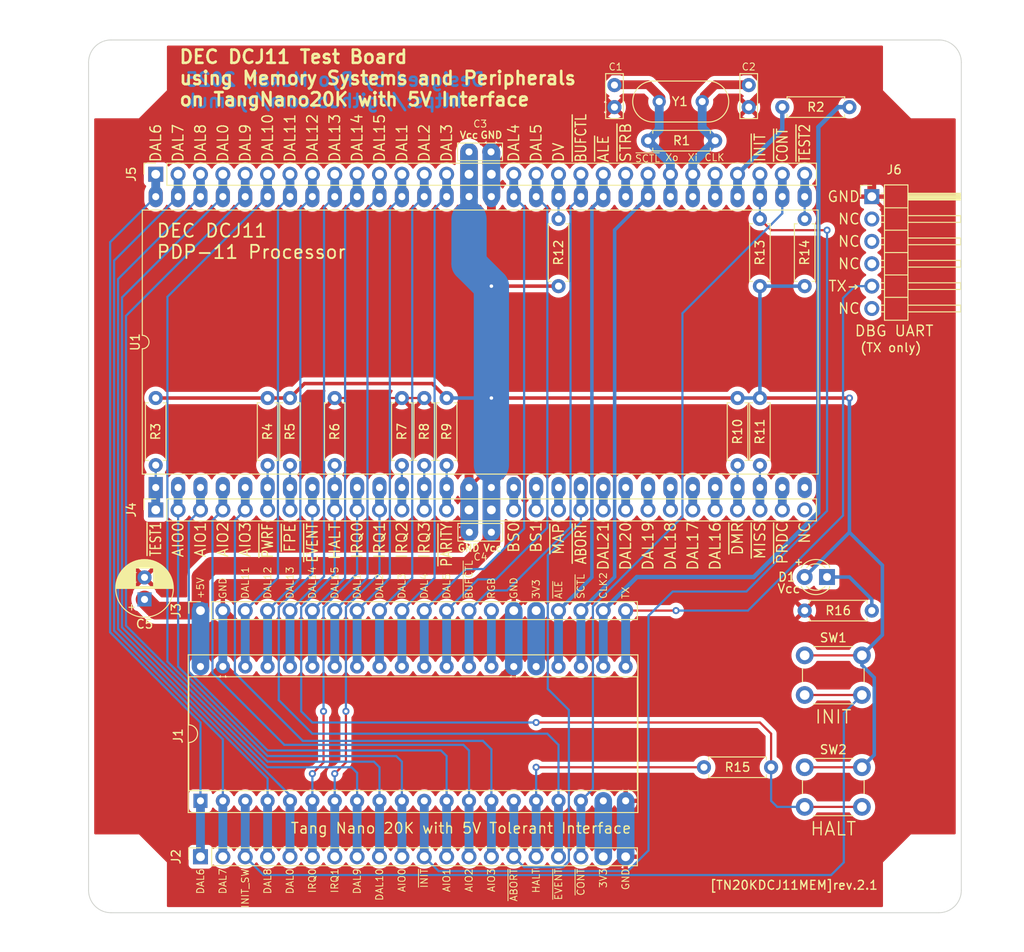
<source format=kicad_pcb>
(kicad_pcb (version 20240108) (generator "pcbnew") (generator_version "8.0")
  (layers (0 "F.Cu" signal) (31 "B.Cu" signal) (34 "B.Paste" user) (35 "F.Paste" user) (36 "B.SilkS" user "B.Silkscreen") (37 "F.SilkS" user "F.Silkscreen") (38 "B.Mask" user) (39 "F.Mask" user) (44 "Edge.Cuts" user))
  (net 0 "")
  (net 1 "GND")
  (net 2 "VCC")
  (net 3 "XTALO")
  (net 4 "XTALI")
  (net 5 "AIO3")
  (net 6 "DAL12")
  (net 7 "DAL14")
  (net 8 "DAL0")
  (net 9 "3V3a")
  (net 10 "DAL13")
  (net 11 "AIO0")
  (net 12 "CLK2_D")
  (net 13 "DAL4")
  (net 14 "AIO2")
  (net 15 "DAL15")
  (net 16 "SCTL_n")
  (net 17 "DAL11")
  (net 18 "DAL3")
  (net 20 "DAL6")
  (net 21 "LED_RGB")
  (net 22 "AIO1")
  (net 23 "DAL7")
  (net 24 "DAL5")
  (net 25 "DAL10")
  (net 28 "DAL9")
  (net 29 "DAL2")
  (net 31 "DAL1")
  (net 32 "ALE_n")
  (net 34 "DAL8")
  (net 35 "BUFCTL_n")
  (net 36 "FPE_n")
  (net 37 "PWRF_n")
  (net 38 "EVENT_n")
  (net 39 "IRQ1")
  (net 40 "BS0")
  (net 41 "HALT")
  (net 42 "DAL17")
  (net 43 "IRQ3")
  (net 44 "DMR_n")
  (net 45 "BS1")
  (net 46 "IRQ0")
  (net 47 "MAP_n")
  (net 48 "DAL16")
  (net 49 "PRDC_n")
  (net 50 "ABORT_n")
  (net 51 "DAL20")
  (net 52 "DAL19")
  (net 53 "TEST1_n")
  (net 54 "DAL21")
  (net 55 "DAL18")
  (net 56 "PARITY_n")
  (net 57 "MISS_n")
  (net 58 "IRQ2")
  (net 59 "Net-(D1-K)")
  (net 60 "STRB_n")
  (net 61 "DV")
  (net 62 "INIT_n")
  (net 63 "CLK2")
  (net 64 "CLK")
  (net 65 "TEST2_n")
  (net 66 "HALT_DBG")
  (net 67 "INIT_SW")
  (net 69 "CONT_n")
  (net 70 "GPIO_TX")
  (net 71 "3V3b")
  (footprint "000_MyFootprint:MountingHole_3mm" (layer "F.Cu") (at 93.98 93.98)
    (property "Reference" "REF**")
    (property "Value" "MountingHole_3mm")
  )
  (footprint "000_MyFootprint:R_Axial_DIN0207_L6.3mm_D2.5mm_P7.62mm_Horizontal" (layer "F.Cu") (at 20.32 40.64 -90)
    (property "Reference" "R4")
    (property "Value" "10k")
  )
  (footprint "000_MyFootprint:SW_PUSH_6mm_H4.3mm" (layer "F.Cu") (at 81.28 69.85)
    (property "Reference" "SW1")
    (property "Value" "INIT")
  )
  (footprint "000_MyFootprint:R_Axial_DIN0207_L6.3mm_D2.5mm_P7.62mm_Horizontal" (layer "F.Cu") (at 40.64 40.64 -90)
    (property "Reference" "R9")
    (property "Value" "10k")
  )
  (footprint "000_MyFootprint:R_Axial_DIN0207_L6.3mm_D2.5mm_P7.62mm_Horizontal" (layer "F.Cu") (at 22.86 40.64 -90)
    (property "Reference" "R5")
    (property "Value" "10k")
  )
  (footprint "000_MyFootprint:PinSocket_1x30_P2.54mm_Vertical" (layer "F.Cu") (at 7.62 53.34 90)
    (property "Reference" "J4")
    (property "Value" "Conn_01x30")
  )
  (footprint "000_MyFootprint:R_Axial_DIN0207_L6.3mm_D2.5mm_P7.62mm_Horizontal" (layer "F.Cu") (at 76.2 40.64 -90)
    (property "Reference" "R11")
    (property "Value" "10k")
  )
  (footprint "000_MyFootprint:R_Axial_DIN0207_L6.3mm_D2.5mm_P7.62mm_Horizontal" (layer "F.Cu") (at 81.28 64.77)
    (property "Reference" "R16")
    (property "Value" "100k")
  )
  (footprint "000_MyFootprint:R_Axial_DIN0207_L6.3mm_D2.5mm_P7.62mm_Horizontal" (layer "F.Cu") (at 78.74 7.62)
    (property "Reference" "R2")
    (property "Value" "33")
  )
  (footprint "000_MyFootprint:R_Axial_DIN0207_L6.3mm_D2.5mm_P7.62mm_Horizontal" (layer "F.Cu") (at 53.34 27.94 90)
    (property "Reference" "R12")
    (property "Value" "10k")
  )
  (footprint "000_MyFootprint:PinHeader_1x06_P2.54mm_Horizontal" (layer "F.Cu") (at 88.9 17.78)
    (property "Reference" "J6")
    (property "Value" "DBG UART")
  )
  (footprint "000_MyFootprint:PinSocket_1x20_P2.54mm_Vertical" (layer "F.Cu") (at 12.7 64.77 90)
    (property "Reference" "J3")
    (property "Value" "Conn_01x20")
  )
  (footprint "000_MyFootprint:R_Axial_DIN0207_L6.3mm_D2.5mm_P7.62mm_Horizontal" (layer "F.Cu") (at 35.56 40.64 -90)
    (property "Reference" "R7")
    (property "Value" "10k")
  )
  (footprint "000_MyFootprint:Crystal_HC49-U_Vertical" (layer "F.Cu") (at 69.65 6.985 180)
    (property "Reference" "Y1")
    (property "Value" "18MHz")
  )
  (footprint "000_MyFootprint:LED_D3.0mm" (layer "F.Cu") (at 83.82 60.96 180)
    (property "Reference" "D1")
    (property "Value" "LED")
  )
  (footprint "000_MyFootprint:C_Disc_D5.0mm_W2.5mm_P2.50mm" (layer "F.Cu") (at 59.69 7.62 90)
    (property "Reference" "C1")
    (property "Value" "68p")
  )
  (footprint "000_MyFootprint:C_Disc_D5.0mm_W2.5mm_P2.50mm" (layer "F.Cu") (at 74.93 7.62 90)
    (property "Reference" "C2")
    (property "Value" "68p")
  )
  (footprint "000_MyFootprint:C_Disc_D5.0mm_W2.5mm_P2.50mm" (layer "F.Cu") (at 45.72 55.88 180)
    (property "Reference" "C4")
    (property "Value" "0.33uF")
  )
  (footprint "000_MyFootprint:R_Axial_DIN0207_L6.3mm_D2.5mm_P7.62mm_Horizontal" (layer "F.Cu") (at 7.62 40.64 -90)
    (property "Reference" "R3")
    (property "Value" "10k")
  )
  (footprint "000_MyFootprint:MountingHole_3mm" (layer "F.Cu") (at 5.08 5.08)
    (property "Reference" "REF**")
    (property "Value" "MountingHole_3mm")
  )
  (footprint "000_MyFootprint:SW_PUSH_6mm_H4.3mm" (layer "F.Cu") (at 81.28 82.55)
    (property "Reference" "SW2")
    (property "Value" "HALT")
  )
  (footprint "000_MyFootprint:R_Axial_DIN0207_L6.3mm_D2.5mm_P7.62mm_Horizontal" (layer "F.Cu") (at 73.66 40.64 -90)
    (property "Reference" "R10")
    (property "Value" "10k")
  )
  (footprint "000_MyFootprint:R_Axial_DIN0207_L6.3mm_D2.5mm_P7.62mm_Horizontal" (layer "F.Cu") (at 63.5 11.43)
    (property "Reference" "R1")
    (property "Value" "1M")
  )
  (footprint "000_MyFootprint:DIP-60_W33.02mm_LongPads" (layer "F.Cu") (at 7.62 50.8 90)
    (property "Reference" "U1")
    (property "Value" "DCJ11")
  )
  (footprint "000_MyFootprint:C_Disc_D5.0mm_W2.5mm_P2.50mm" (layer "F.Cu") (at 43.18 12.7)
    (property "Reference" "C3")
    (property "Value" "0.33uF")
  )
  (footprint "000_MyFootprint:R_Axial_DIN0207_L6.3mm_D2.5mm_P7.62mm_Horizontal" (layer "F.Cu") (at 38.1 40.64 -90)
    (property "Reference" "R8")
    (property "Value" "10k")
  )
  (footprint "000_MyFootprint:R_Axial_DIN0207_L6.3mm_D2.5mm_P7.62mm_Horizontal" (layer "F.Cu") (at 69.85 82.55)
    (property "Reference" "R15")
    (property "Value" "1k")
  )
  (footprint "000_MyFootprint:R_Axial_DIN0207_L6.3mm_D2.5mm_P7.62mm_Horizontal" (layer "F.Cu") (at 27.94 40.64 -90)
    (property "Reference" "R6")
    (property "Value" "10k")
  )
  (footprint "000_MyFootprint:DIP-40_W15.24mm_Socket" (layer "F.Cu") (at 12.7 86.36 90)
    (property "Reference" "J1")
    (property "Value" "TangNano20K5VInterface")
  )
  (footprint "000_MyFootprint:R_Axial_DIN0207_L6.3mm_D2.5mm_P7.62mm_Horizontal" (layer "F.Cu") (at 81.28 27.94 90)
    (property "Reference" "R14")
    (property "Value" "10k")
  )
  (footprint "000_MyFootprint:PinSocket_1x20_P2.54mm_Vertical" (layer "F.Cu") (at 12.7 92.71 90)
    (property "Reference" "J2")
    (property "Value" "Conn_01x20")
  )
  (footprint "000_MyFootprint:MountingHole_3mm" (layer "F.Cu") (at 5.08 93.98)
    (property "Reference" "REF**")
    (property "Value" "MountingHole_3mm")
  )
  (footprint "000_MyFootprint:CP_Radial_D6.3mm_P2.50mm" (layer "F.Cu") (at 6.35 63.5 90)
    (property "Reference" "C5")
    (property "Value" "47uF")
  )
  (footprint "000_MyFootprint:R_Axial_DIN0207_L6.3mm_D2.5mm_P7.62mm_Horizontal" (layer "F.Cu") (at 76.2 27.94 90)
    (property "Reference" "R13")
    (property "Value" "10k")
  )
  (footprint "000_MyFootprint:PinSocket_1x30_P2.54mm_Vertical" (layer "F.Cu") (at 7.62 15.24 90)
    (property "Reference" "J5")
    (property "Value" "Conn_01x30")
  )
  (footprint "000_MyFootprint:MountingHole_3mm" (layer "F.Cu") (at 93.98 5.08)
    (property "Reference" "REF**")
    (property "Value" "MountingHole_3mm")
  )
  (gr_line (start 2.54 0) (end 96.52 0) (stroke (width 0.1)) (layer "Edge.Cuts"))
  (gr_arc (start 2.54 99.06) (mid 0.743949 98.316051) (end 0 96.52) (stroke (width 0.1)) (layer "Edge.Cuts"))
  (gr_arc (start 96.52 0) (mid 98.316051 0.743949) (end 99.06 2.54) (stroke (width 0.1)) (layer "Edge.Cuts"))
  (gr_line (start 99.06 2.54) (end 99.06 96.52) (stroke (width 0.1)) (layer "Edge.Cuts"))
  (gr_arc (start 0 2.54) (mid 0.743949 0.743949) (end 2.54 0) (stroke (width 0.1)) (layer "Edge.Cuts"))
  (gr_line (start 0 96.52) (end 0 2.54) (stroke (width 0.1)) (layer "Edge.Cuts"))
  (gr_arc (start 99.06 96.52) (mid 98.316051 98.316051) (end 96.52 99.06) (stroke (width 0.1)) (layer "Edge.Cuts"))
  (gr_line (start 96.52 99.06) (end 2.54 99.06) (stroke (width 0.1)) (layer "Edge.Cuts"))
  (gr_text "Designed by Ryo Mukai, 2025\nhttps://github.com/ryomuk" (at 10.795 5.715 0) (layer "B.Cu") (effects (font (size 1.5 1.5) (thickness 0.3) (bold yes)) (justify right mirror)))
  (gr_text "IRQ0" (at 25.4 93.98 90) (layer "F.SilkS") (effects (font (size 0.8 0.8) (thickness 0.1)) (justify right)))
  (gr_text "DAL0" (at 22.86 93.98 90) (layer "F.SilkS") (effects (font (size 0.8 0.8) (thickness 0.1)) (justify right)))
  (gr_text "~{CONT}" (at 78.74 13.97 90) (layer "F.SilkS") (effects (font (size 1.2 1)) (justify left)))
  (gr_text "3V3" (at 58.42 93.98 90) (layer "F.SilkS") (effects (font (size 0.8 0.8) (thickness 0.1)) (justify right)))
  (gr_text "~{SCTL}" (at 55.88 63.5 90) (layer "F.SilkS") (effects (font (size 0.8 0.8) (thickness 0.1)) (justify left)))
  (gr_text "DAL1" (at 35.56 13.97 90) (layer "F.SilkS") (effects (font (size 1.2 1.2)) (justify left)))
  (gr_text "DAL2" (at 38.1 13.97 90) (layer "F.SilkS") (effects (font (size 1.2 1.2)) (justify left)))
  (gr_text "IRQ2" (at 35.56 54.61 90) (layer "F.SilkS") (effects (font (size 1.2 1.2)) (justify right)))
  (gr_text "NC" (at 87.63 30.48 0) (layer "F.SilkS") (effects (font (size 1.2 1.2)) (justify right)))
  (gr_text "~{BUFCTL}" (at 55.88 13.97 90) (layer "F.SilkS") (effects (font (size 1.2 1)) (justify left)))
  (gr_text "AIO0" (at 35.56 93.98 90) (layer "F.SilkS") (effects (font (size 0.8 0.8) (thickness 0.1)) (justify right)))
  (gr_text "INIT_SW" (at 17.78 93.98 90) (layer "F.SilkS") (effects (font (size 0.8 0.8) (thickness 0.1)) (justify right)))
  (gr_text "~{EVENT}" (at 53.34 93.98 90) (layer "F.SilkS") (effects (font (size 0.8 0.8) (thickness 0.1)) (justify right)))
  (gr_text "~{TEST1}" (at 7.62 54.61 90) (layer "F.SilkS") (effects (font (size 1.2 0.9)) (justify right)))
  (gr_text "TX" (at 60.96 63.5 90) (layer "F.SilkS") (effects (font (size 0.8 0.8) (thickness 0.1)) (justify left)))
  (gr_text "~{DMR}" (at 73.66 54.61 90) (layer "F.SilkS") (effects (font (size 1.2 1.2)) (justify right)))
  (gr_text "IRQ1" (at 27.94 93.98 90) (layer "F.SilkS") (effects (font (size 0.8 0.8) (thickness 0.1)) (justify right)))
  (gr_text "TX→" (at 87.63 27.94 0) (layer "F.SilkS") (effects (font (size 1.2 1.2)) (justify right)))
  (gr_text "IRQ0" (at 30.48 54.61 90) (layer "F.SilkS") (effects (font (size 1.2 1.2)) (justify right)))
  (gr_text "DAL2" (at 33.02 63.5 90) (layer "F.SilkS") (effects (font (size 0.8 0.8) (thickness 0.1)) (justify left)))
  (gr_text "+5V" (at 12.7 63.5 90) (layer "F.SilkS") (effects (font (size 0.8 0.8) (thickness 0.1)) (justify left)))
  (gr_text "~{MISS}" (at 76.2 54.61 90) (layer "F.SilkS") (effects (font (size 1.2 1.2)) (justify right)))
  (gr_text "AIO2" (at 43.18 93.98 90) (layer "F.SilkS") (effects (font (size 0.8 0.8) (thickness 0.1)) (justify right)))
  (gr_text "DAL11" (at 17.78 63.5 90) (layer "F.SilkS") (effects (font (size 0.8 0.8) (thickness 0.1)) (justify left)))
  (gr_text "~{TEST2}" (at 81.28 13.97 90) (layer "F.SilkS") (effects (font (size 1.2 1)) (justify left)))
  (gr_text "DAL17" (at 68.58 54.61 90) (layer "F.SilkS") (effects (font (size 1.2 1.2)) (justify right)))
  (gr_text "~{PARITY}" (at 40.64 54.737 90) (layer "F.SilkS") (effects (font (size 1.2 1)) (justify right)))
  (gr_text "DAL15" (at 33.02 13.97 90) (layer "F.SilkS") (effects (font (size 1.2 1.2)) (justify left)))
  (gr_text "~{PWRF}" (at 20.32 54.737 90) (layer "F.SilkS") (effects (font (size 1.2 1)) (justify right)))
  (gr_text "DAL13" (at 27.94 13.97 90) (layer "F.SilkS") (effects (font (size 1.2 1.2)) (justify left)))
  (gr_text "DAL13" (at 22.86 63.5 90) (layer "F.SilkS") (effects (font (size 0.8 0.8) (thickness 0.1)) (justify left)))
  (gr_text "~{STRB}" (at 60.96 13.97 90) (layer "F.SilkS") (effects (font (size 1.2 1.2)) (justify left)))
  (gr_text "NC" (at 87.63 22.86 0) (layer "F.SilkS") (effects (font (size 1.2 1.2)) (justify right)))
  (gr_text "DAL3" (at 40.64 13.97 90) (layer "F.SilkS") (effects (font (size 1.2 1.2)) (justify left)))
  (gr_text "BS0" (at 48.26 54.61 90) (layer "F.SilkS") (effects (font (size 1.2 1.2)) (justify right)))
  (gr_text "GND" (at 44.45 57.658 0) (layer "F.SilkS") (effects (font (size 0.8 0.8)) (justify right)))
  (gr_text "DAL10" (at 33.02 93.98 90) (layer "F.SilkS") (effects (font (size 0.8 0.8) (thickness 0.1)) (justify right)))
  (gr_text "DAL16" (at 71.12 54.61 90) (layer "F.SilkS") (effects (font (size 1.2 1.2)) (justify right)))
  (gr_text "DAL12" (at 25.4 13.97 90) (layer "F.SilkS") (effects (font (size 1.2 1.2)) (justify left)))
  (gr_text "DAL8" (at 12.7 13.97 90) (layer "F.SilkS") (effects (font (size 1.2 1.2)) (justify left)))
  (gr_text "DAL21" (at 58.42 54.61 90) (layer "F.SilkS") (effects (font (size 1.2 1.2)) (justify right)))
  (gr_text "DAL15" (at 27.94 63.5 90) (layer "F.SilkS") (effects (font (size 0.8 0.8) (thickness 0.1)) (justify left)))
  (gr_text "~{ALE}" (at 58.42 13.97 90) (layer "F.SilkS") (effects (font (size 1.2 1.2)) (justify left)))
  (gr_text "DAL14" (at 25.4 63.5 90) (layer "F.SilkS") (effects (font (size 0.8 0.8) (thickness 0.1)) (justify left)))
  (gr_text "~{INIT}" (at 38.1 93.98 90) (layer "F.SilkS") (effects (font (size 0.8 0.8) (thickness 0.1)) (justify right)))
  (gr_text "NC" (at 87.63 25.4 0) (layer "F.SilkS") (effects (font (size 1.2 1.2)) (justify right)))
  (gr_text "~{SCTL}" (at 61.976 13.462 0) (layer "F.SilkS") (effects (font (size 0.8 0.8) (thickness 0.1)) (justify left)))
  (gr_text "DAL6" (at 12.7 93.98 90) (layer "F.SilkS") (effects (font (size 0.8 0.8) (thickness 0.1)) (justify right)))
  (gr_text "HALT" (at 27.94 54.737 90) (layer "F.SilkS") (effects (font (size 1.2 1.2)) (justify right)))
  (gr_text "AIO1" (at 12.7 54.61 90) (layer "F.SilkS") (effects (font (size 1.2 1.2)) (justify right)))
  (gr_text "DAL20" (at 60.96 54.61 90) (layer "F.SilkS") (effects (font (size 1.2 1.2)) (justify right)))
  (gr_text "DAL19" (at 63.5 54.61 90) (layer "F.SilkS") (effects (font (size 1.2 1.2)) (justify right)))
  (gr_text "AIO3" (at 45.72 93.98 90) (layer "F.SilkS") (effects (font (size 0.8 0.8) (thickness 0.1)) (justify right)))
  (gr_text "+" (at 80.01 59.69 0) (layer "F.SilkS") (effects (font (size 0.8 0.8)) (justify left bottom)))
  (gr_text "GND" (at 87.63 17.78 0) (layer "F.SilkS") (effects (font (size 1.2 1.2)) (justify right)))
  (gr_text "Vcc" (at 43.18 10.795 0) (layer "F.SilkS") (effects (font (size 0.8 0.8))))
  (gr_text "AIO0" (at 10.16 54.61 90) (layer "F.SilkS") (effects (font (size 1.2 1.2)) (justify right)))
  (gr_text "(TX only)" (at 94.615 34.925 0) (layer "F.SilkS") (effects (font (size 1 1)) (justify right)))
  (gr_text "~{ABORT}" (at 48.26 93.98 90) (layer "F.SilkS") (effects (font (size 0.8 0.8) (thickness 0.1)) (justify right)))
  (gr_text "AIO2" (at 15.24 54.61 90) (layer "F.SilkS") (effects (font (size 1.2 1.2)) (justify right)))
  (gr_text "CLK" (at 69.85 13.335 0) (layer "F.SilkS") (effects (font (size 0.8 0.8) (thickness 0.1)) (justify left)))
  (gr_text "DEC DCJ11 Test Board\nusing Memory Systems and Peripherals\non TangNano20K with 5V Interface" (at 10.16 7.62 0) (layer "F.SilkS") (effects (font (size 1.5 1.5) (thickness 0.3) (bold yes)) (justify left bottom)))
  (gr_text "IRQ1" (at 33.02 54.61 90) (layer "F.SilkS") (effects (font (size 1.2 1.2)) (justify right)))
  (gr_text "Xi" (at 67.945 13.335 0) (layer "F.SilkS") (effects (font (size 0.8 0.8) (thickness 0.1)) (justify left)))
  (gr_text "DAL4" (at 48.26 13.97 90) (layer "F.SilkS") (effects (font (size 1.2 1.2)) (justify left)))
  (gr_text "~{CONT}" (at 55.88 93.98 90) (layer "F.SilkS") (effects (font (size 0.8 0.8) (thickness 0.1)) (justify right)))
  (gr_text "Xo" (at 65.405 13.335 0) (layer "F.SilkS") (effects (font (size 0.8 0.8) (thickness 0.1)) (justify left)))
  (gr_text "~{ALE}" (at 53.34 63.5 90) (layer "F.SilkS") (effects (font (size 0.8 0.8) (thickness 0.1)) (justify left)))
  (gr_text "RGB" (at 45.72 63.5 90) (layer "F.SilkS") (effects (font (size 0.8 0.8) (thickness 0.1)) (justify left)))
  (gr_text "DAL5" (at 50.8 13.97 90) (layer "F.SilkS") (effects (font (size 1.2 1.2)) (justify left)))
  (gr_text "DAL1" (at 30.48 63.5 90) (layer "F.SilkS") (effects (font (size 0.8 0.8) (thickness 0.1)) (justify left)))
  (gr_text "NC" (at 81.28 54.61 90) (layer "F.SilkS") (effects (font (size 1.2 1.2)) (justify right)))
  (gr_text "HALT" (at 50.8 93.98 90) (layer "F.SilkS") (effects (font (size 0.8 0.8) (thickness 0.1)) (justify right)))
  (gr_text "Tang Nano 20K with 5V Tolerant Interface" (at 22.86 90.17 0) (layer "F.SilkS") (effects (font (size 1.2 1.2)) (justify left bottom)))
  (gr_text "DAL18" (at 66.04 54.61 90) (layer "F.SilkS") (effects (font (size 1.2 1.2)) (justify right)))
  (gr_text "DAL9" (at 17.78 13.97 90) (layer "F.SilkS") (effects (font (size 1.2 1.2)) (justify left)))
  (gr_text "NC" (at 87.63 20.32 0) (layer "F.SilkS") (effects (font (size 1.2 1.2)) (justify right)))
  (gr_text "DEC DCJ11\nPDP-11 Processor\n" (at 7.62 22.86 0) (layer "F.SilkS") (effects (font (size 1.5 1.5) (thickness 0.2)) (justify left)))
  (gr_text "~{PRDC}" (at 78.74 54.61 90) (layer "F.SilkS") (effects (font (size 1.2 1.2)) (justify right)))
  (gr_text "DAL9" (at 30.48 93.98 90) (layer "F.SilkS") (effects (font (size 0.8 0.8) (thickness 0.1)) (justify right)))
  (gr_text "AIO3" (at 17.78 54.61 90) (layer "F.SilkS") (effects (font (size 1.2 1.2)) (justify right)))
  (gr_text "~{ABORT}" (at 55.88 54.737 90) (layer "F.SilkS") (effects (font (size 1.2 1)) (justify right)))
  (gr_text "DV" (at 53.34 13.97 90) (layer "F.SilkS") (effects (font (size 1.2 1.2)) (justify left)))
  (gr_text "DAL0" (at 15.24 13.97 90) (layer "F.SilkS") (effects (font (size 1.2 1.2)) (justify left)))
  (gr_text "DAL3" (at 35.56 63.5 90) (layer "F.SilkS") (effects (font (size 0.8 0.8) (thickness 0.1)) (justify left)))
  (gr_text "GND" (at 48.26 63.5 90) (layer "F.SilkS") (effects (font (size 0.8 0.8) (thickness 0.1)) (justify left)))
  (gr_text "DAL10" (at 20.32 13.97 90) (layer "F.SilkS") (effects (font (size 1.2 1.2)) (justify left)))
  (gr_text "DAL11" (at 22.86 13.97 90) (layer "F.SilkS") (effects (font (size 1.2 1.2)) (justify left)))
  (gr_text "~{INIT}" (at 76.2 13.97 90) (layer "F.SilkS") (effects (font (size 1.2 1.2)) (justify left)))
  (gr_text "Vcc" (at 46.99 57.658 0) (layer "F.SilkS") (effects (font (size 0.8 0.8)) (justify right)))
  (gr_text "CLK2" (at 58.42 63.5 90) (layer "F.SilkS") (effects (font (size 0.8 0.8) (thickness 0.1)) (justify left)))
  (gr_text "[TN20KDCJ11MEM]rev.2.1" (at 89.662 96.52 0) (layer "F.SilkS") (effects (font (size 1 1)) (justify right bottom)))
  (gr_text "Vcc" (at 78.105 62.865 0) (layer "F.SilkS") (effects (font (size 1 1)) (justify left bottom)))
  (gr_text "3V3" (at 50.8 63.5 90) (layer "F.SilkS") (effects (font (size 0.8 0.8) (thickness 0.1)) (justify left)))
  (gr_text "DAL7" (at 10.16 13.97 90) (layer "F.SilkS") (effects (font (size 1.2 1.2)) (justify left)))
  (gr_text "DAL12" (at 20.32 63.5 90) (layer "F.SilkS") (effects (font (size 0.8 0.8) (thickness 0.1)) (justify left)))
  (gr_text "DAL7" (at 15.24 93.98 90) (layer "F.SilkS") (effects (font (size 0.8 0.8) (thickness 0.1)) (justify right)))
  (gr_text "~{MAP}" (at 53.34 54.737 90) (layer "F.SilkS") (effects (font (size 1.2 1.2)) (justify right)))
  (gr_text "GND" (at 45.72 10.795 0) (layer "F.SilkS") (effects (font (size 0.8 0.8))))
  (gr_text "IRQ3" (at 38.1 54.61 90) (layer "F.SilkS") (effects (font (size 1.2 1.2)) (justify right)))
  (gr_text "AIO1" (at 40.64 93.98 90) (layer "F.SilkS") (effects (font (size 0.8 0.8) (thickness 0.1)) (justify right)))
  (gr_text "GND" (at 60.96 93.98 90) (layer "F.SilkS") (effects (font (size 0.8 0.8) (thickness 0.1)) (justify right)))
  (gr_text "~{BUFCTL}" (at 43.18 63.5 90) (layer "F.SilkS") (effects (font (size 0.8 0.8) (thickness 0.1)) (justify left)))
  (gr_text "DAL4" (at 38.1 63.5 90) (layer "F.SilkS") (effects (font (size 0.8 0.8) (thickness 0.1)) (justify left)))
  (gr_text "DAL6" (at 7.62 13.97 90) (layer "F.SilkS") (effects (font (size 1.2 1.2)) (justify left)))
  (gr_text "DAL8" (at 20.32 93.98 90) (layer "F.SilkS") (effects (font (size 0.8 0.8) (thickness 0.1)) (justify right)))
  (gr_text "~{FPE}" (at 22.86 54.737 90) (layer "F.SilkS") (effects (font (size 1.2 1.2)) (justify right)))
  (gr_text "DAL14" (at 30.48 13.97 90) (layer "F.SilkS") (effects (font (size 1.2 1.2)) (justify left)))
  (gr_text "DAL5" (at 40.64 63.5 90) (layer "F.SilkS") (effects (font (size 0.8 0.8) (thickness 0.1)) (justify left)))
  (gr_text "~{EVENT}" (at 25.4 54.737 90) (layer "F.SilkS") (effects (font (size 1.2 1)) (justify right)))
  (gr_text "GND" (at 15.24 63.5 90) (layer "F.SilkS") (effects (font (size 0.8 0.8) (thickness 0.1)) (justify left)))
  (gr_text "BS1" (at 50.8 54.61 90) (layer "F.SilkS") (effects (font (size 1.2 1.2)) (justify right)))
  (segment (start 45.68 5.21863) (end 44.90637 4.445) (width 1) (layer "F.Cu") (net 1))
  (segment (start 44.90637 4.445) (end 12.827 4.445) (width 1) (layer "F.Cu") (net 1))
  (segment (start 2.032 60.96) (end 2.032 55.372) (width 1) (layer "F.Cu") (net 1))
  (segment (start 43.18 43.18) (end 43.18 23.368) (width 1) (layer "F.Cu") (net 1))
  (segment (start 76.13 6.42) (end 76.13 4.622943) (width 0.4) (layer "F.Cu") (net 1))
  (segment (start 48.26 71.12) (end 46.76 72.62) (width 1) (layer "F.Cu") (net 1))
  (segment (start 45.68 12.7) (end 45.68 6.35) (width 1) (layer "F.Cu") (net 1))
  (segment (start 49.51 49.952944) (end 48.757056 49.2) (width 0.4) (layer "F.Cu") (net 1))
  (segment (start 38.1 40.64) (end 35.56 40.64) (width 0.25) (layer "F.Cu") (net 1))
  (segment (start 60.96 92.71) (end 86.639899 92.71) (width 0.4) (layer "F.Cu") (net 1))
  (segment (start 43.18 23.368) (end 45.72 20.828) (width 1) (layer "F.Cu") (net 1))
  (segment (start 46.71 66.32) (end 16.79 66.32) (width 1) (layer "F.Cu") (net 1))
  (segment (start 5.17863 60.96) (end 2.032 60.96) (width 1) (layer "F.Cu") (net 1))
  (segment (start 88.9 8.038679) (end 88.9 17.78) (width 1) (layer "F.Cu") (net 1))
  (segment (start 90.17 89.179899) (end 90.17 19.05) (width 0.4) (layer "F.Cu") (net 1))
  (segment (start 43.18 55.84) (end 43.22 55.88) (width 2) (layer "F.Cu") (net 1))
  (segment (start 74.93 7.62) (end 76.13 6.42) (width 0.4) (layer "F.Cu") (net 1))
  (segment (start 44.78 49.2) (end 43.18 50.8) (width 0.4) (layer "F.Cu") (net 1))
  (segment (start 57.658 96.012) (end 60.96 92.71) (width 1) (layer "F.Cu") (net 1))
  (segment (start 12.827 4.445) (end 2.032 15.24) (width 1) (layer "F.Cu") (net 1))
  (segment (start 2.032 55.372) (end 2.032 43.18) (width 1) (layer "F.Cu") (net 1))
  (segment (start 40.64 43.18) (end 43.18 43.18) (width 0.25) (layer "F.Cu") (net 1))
  (segment (start 76.13 4.622943) (end 75.317057 3.81) (width 0.4) (layer "F.Cu") (net 1))
  (segment (start 38.1 40.64) (end 40.64 43.18) (width 0.25) (layer "F.Cu") (net 1))
  (segment (start 48.26 64.77) (end 46.71 66.32) (width 1) (layer "F.Cu") (net 1))
  (segment (start 90.17 19.05) (end 88.9 17.78) (width 0.4) (layer "F.Cu") (net 1))
  (segment (start 58.42 4.692943) (end 58.42 6.35) (width 0.4) (layer "F.Cu") (net 1))
  (segment (start 2.032 43.18) (end 2.032 15.24) (width 1) (layer "F.Cu") (net 1))
  (segment (start 81.28 64.77) (end 80.03 63.52) (width 0.4) (layer "F.Cu") (net 1))
  (segment (start 46.95 7.62) (end 59.69 7.62) (width 1) (layer "F.Cu") (net 1))
  (segment (start 10.16 96.012) (end 57.658 96.012) (width 1) (layer "F.Cu") (net 1))
  (segment (start 16.79 66.32) (end 15.24 64.77) (width 1) (layer "F.Cu") (net 1))
  (segment (start 10.16 88.9) (end 10.16 96.012) (width 1) (layer "F.Cu") (net 1))
  (segment (start 4.548 72.62) (end 2.032 70.104) (width 1) (layer "F.Cu") (net 1))
  (segment (start 13.74 72.62) (end 4.548 72.62) (width 1) (layer "F.Cu") (net 1))
  (segment (start 45.72 17.78) (end 45.72 12.74) (width 2) (layer "F.Cu") (net 1))
  (segment (start 80.03 63.52) (end 49.51 63.52) (width 0.4) (layer "F.Cu") (net 1))
  (segment (start 35.56 40.64) (end 27.94 40.64) (width 0.25) (layer "F.Cu") (net 1))
  (segment (start 49.51 63.52) (end 48.26 64.77) (width 0.4) (layer "F.Cu") (net 1))
  (segment (start 45.72 20.828) (end 45.72 17.78) (width 1) (layer "F.Cu") (net 1))
  (segment (start 46.76 72.62) (end 16.74 72.62) (width 1) (layer "F.Cu") (net 1))
  (segment (start 43.22 55.88) (end 2.54 55.88) (width 1) (layer "F.Cu") (net 1))
  (segment (start 4.548 72.62) (end 4.548 83.288) (width 1) (layer "F.Cu") (net 1))
  (segment (start 25.4 43.18) (end 2.032 43.18) (width 0.25) (layer "F.Cu") (net 1))
  (segment (start 43.18 50.8) (end 43.18 55.84) (width 2) (layer "F.Cu") (net 1))
  (segment (start 48.757056 49.2) (end 44.78 49.2) (width 0.4) (layer "F.Cu") (net 1))
  (segment (start 45.68 6.35) (end 46.95 7.62) (width 1) (layer "F.Cu") (net 1))
  (segment (start 43.18 50.8) (end 43.18 43.18) (width 1) (layer "F.Cu") (net 1))
  (segment (start 86.639899 92.71) (end 90.17 89.179899) (width 0.4) (layer "F.Cu") (net 1))
  (segment (start 59.302943 3.81) (end 58.42 4.692943) (width 0.4) (layer "F.Cu") (net 1))
  (segment (start 15.24 71.12) (end 13.74 72.62) (width 1) (layer "F.Cu") (net 1))
  (segment (start 58.42 6.35) (end 59.69 7.62) (width 0.4) (layer "F.Cu") (net 1))
  (segment (start 4.548 83.288) (end 10.16 88.9) (width 1) (layer "F.Cu") (net 1))
  (segment (start 86.981321 6.12) (end 88.9 8.038679) (width 1) (layer "F.Cu") (net 1))
  (segment (start 5.21863 61) (end 5.17863 60.96) (width 1) (layer "F.Cu") (net 1))
  (segment (start 27.94 40.64) (end 25.4 43.18) (width 0.25) (layer "F.Cu") (net 1))
  (segment (start 45.68 6.35) (end 45.68 5.21863) (width 1) (layer "F.Cu") (net 1))
  (segment (start 45.72 12.74) (end 45.68 12.7) (width 2) (layer "F.Cu") (net 1))
  (segment (start 74.93 7.62) (end 76.43 6.12) (width 1) (layer "F.Cu") (net 1))
  (segment (start 76.43 6.12) (end 86.981321 6.12) (width 1) (layer "F.Cu") (net 1))
  (segment (start 16.74 72.62) (end 15.24 71.12) (width 1) (layer "F.Cu") (net 1))
  (segment (start 75.317057 3.81) (end 59.302943 3.81) (width 0.4) (layer "F.Cu") (net 1))
  (segment (start 6.35 61) (end 5.21863 61) (width 1) (layer "F.Cu") (net 1))
  (segment (start 49.51 63.52) (end 49.51 49.952944) (width 0.4) (layer "F.Cu") (net 1))
  (segment (start 2.54 55.88) (end 2.032 55.372) (width 1) (layer "F.Cu") (net 1))
  (segment (start 2.032 70.104) (end 2.032 60.96) (width 1) (layer "F.Cu") (net 1))
  (segment (start 43.22 50.84) (end 43.18 50.8) (width 2) (layer "B.Cu") (net 1))
  (segment (start 48.26 71.12) (end 48.26 64.77) (width 2) (layer "B.Cu") (net 1))
  (segment (start 45.72 12.74) (end 45.68 12.7) (width 2) (layer "B.Cu") (net 1))
  (segment (start 15.24 64.77) (end 15.24 71.12) (width 1) (layer "B.Cu") (net 1))
  (segment (start 60.96 92.71) (end 60.96 86.36) (width 2) (layer "B.Cu") (net 1))
  (segment (start 43.22 55.88) (end 43.22 50.84) (width 2) (layer "B.Cu") (net 1))
  (segment (start 45.72 17.78) (end 45.72 12.74) (width 2) (layer "B.Cu") (net 1))
  (segment (start 43.18 12.7) (end 43.18 17.78) (width 2) (layer "F.Cu") (net 2))
  (segment (start 7.62 64.77) (end 6.35 63.5) (width 2) (layer "F.Cu") (net 2))
  (segment (start 22.86 40.64) (end 20.32 40.64) (width 0.4) (layer "F.Cu") (net 2))
  (segment (start 24.5 39) (end 22.86 40.64) (width 0.4) (layer "F.Cu") (net 2))
  (segment (start 40.64 40.64) (end 39 39) (width 0.4) (layer "F.Cu") (net 2))
  (segment (start 12.7 64.77) (end 7.62 64.77) (width 2) (layer "F.Cu") (net 2))
  (segment (start 39 39) (end 24.5 39) (width 0.4) (layer "F.Cu") (net 2))
  (segment (start 12.7 60.96) (end 13.97 59.69) (width 2) (layer "F.Cu") (net 2))
  (segment (start 45.72 55.88) (end 45.72 50.8) (width 2) (layer "F.Cu") (net 2))
  (segment (start 12.7 64.77) (end 12.7 60.96) (width 2) (layer "F.Cu") (net 2))
  (segment (start 86.36 40.64) (end 76.2 40.64) (width 0.4) (layer "F.Cu") (net 2))
  (segment (start 20.32 40.64) (end 7.62 40.64) (width 0.4) (layer "F.Cu") (net 2))
  (segment (start 53.34 27.94) (end 45.72 27.94) (width 0.4) (layer "F.Cu") (net 2))
  (segment (start 81.28 82.55) (end 87.78 82.55) (width 0.25) (layer "F.Cu") (net 2))
  (segment (start 13.97 59.69) (end 43.04137 59.69) (width 2) (layer "F.Cu") (net 2))
  (segment (start 45.72 57.01137) (end 45.72 55.88) (width 2) (layer "F.Cu") (net 2))
  (segment (start 81.28 69.85) (end 87.78 69.85) (width 0.25) (layer "F.Cu") (net 2))
  (segment (start 73.66 40.64) (end 45.72 40.64) (width 0.4) (layer "F.Cu") (net 2))
  (segment (start 43.04137 59.69) (end 45.72 57.01137) (width 2) (layer "F.Cu") (net 2))
  (via (at 45.72 40.64) (size 0.8) (drill 0.4) (layers "F.Cu" "B.Cu") (net 2))
  (via (at 86.36 40.64) (size 0.8) (drill 0.4) (layers "F.Cu" "B.Cu") (net 2))
  (via (at 45.72 27.94) (size 0.8) (drill 0.4) (layers "F.Cu" "B.Cu") (net 2))
  (segment (start 45.72 40.64) (end 40.64 40.64) (width 0.4) (layer "B.Cu") (net 2))
  (segment (start 45.72 50.8) (end 45.72 49.53) (width 2) (layer "B.Cu") (net 2))
  (segment (start 76.2 40.64) (end 73.66 40.64) (width 0.4) (layer "B.Cu") (net 2))
  (segment (start 87.78 69.85) (end 87.78 70.97) (width 0.4) (layer "B.Cu") (net 2))
  (segment (start 81.28 27.94) (end 76.2 27.94) (width 0.4) (layer "B.Cu") (net 2))
  (segment (start 76.2 27.94) (end 76.2 40.64) (width 0.4) (layer "B.Cu") (net 2))
  (segment (start 45.72 50.8) (end 45.72 55.88) (width 2) (layer "B.Cu") (net 2))
  (segment (start 43.18 17.78) (end 43.18 12.7) (width 2) (layer "B.Cu") (net 2))
  (segment (start 81.28 60.96) (end 86.36 55.88) (width 0.4) (layer "B.Cu") (net 2))
  (segment (start 90.1 67.53) (end 87.78 69.85) (width 0.4) (layer "B.Cu") (net 2))
  (segment (start 12.7 71.12) (end 12.7 64.77) (width 2) (layer "B.Cu") (net 2))
  (segment (start 45.72 48.26) (end 45.72 40.64) (width 4) (layer "B.Cu") (net 2))
  (segment (start 87.78 70.97) (end 89.18 72.37) (width 0.4) (layer "B.Cu") (net 2))
  (segment (start 86.36 55.88) (end 86.36 40.64) (width 0.4) (layer "B.Cu") (net 2))
  (segment (start 89.18 81.15) (end 87.78 82.55) (width 0.4) (layer "B.Cu") (net 2))
  (segment (start 86.36 55.88) (end 90.1 59.62) (width 0.4) (layer "B.Cu") (net 2))
  (segment (start 89.18 72.37) (end 89.18 81.15) (width 0.4) (layer "B.Cu") (net 2))
  (segment (start 43.18 25.4) (end 43.18 20.32) (width 4) (layer "B.Cu") (net 2))
  (segment (start 45.72 49.53) (end 45.72 48.26) (width 2) (layer "B.Cu") (net 2))
  (segment (start 45.72 40.64) (end 45.72 27.94) (width 4) (layer "B.Cu") (net 2))
  (segment (start 45.72 27.94) (end 43.18 25.4) (width 4) (layer "B.Cu") (net 2))
  (segment (start 90.1 59.62) (end 90.1 67.53) (width 0.4) (layer "B.Cu") (net 2))
  (segment (start 43.18 17.78) (end 43.18 20.32) (width 2) (layer "B.Cu") (net 2))
  (segment (start 64.97 6.55) (end 63.5 5.08) (width 1) (layer "F.Cu") (net 3))
  (segment (start 63.5 5.08) (end 59.73 5.08) (width 1) (layer "F.Cu") (net 3))
  (segment (start 66.04 15.24) (end 66.04 17.78) (width 1) (layer "B.Cu") (net 3))
  (segment (start 66.04 13.97) (end 63.5 11.43) (width 1) (layer "B.Cu") (net 3))
  (segment (start 66.04 15.24) (end 66.04 13.97) (width 1) (layer "B.Cu") (net 3))
  (segment (start 64.77 10.16) (end 63.5 11.43) (width 1) (layer "B.Cu") (net 3))
  (segment (start 64.77 6.985) (end 64.77 10.16) (width 1) (layer "B.Cu") (net 3))
  (segment (start 71.12 5.08) (end 74.89 5.08) (width 1) (layer "F.Cu") (net 4))
  (segment (start 69.85 6.35) (end 71.12 5.08) (width 1) (layer "F.Cu") (net 4))
  (segment (start 68.58 15.24) (end 68.58 17.78) (width 1) (layer "B.Cu") (net 4))
  (segment (start 68.58 13.97) (end 71.12 11.43) (width 1) (layer "B.Cu") (net 4))
  (segment (start 69.65 9.96) (end 71.12 11.43) (width 1) (layer "B.Cu") (net 4))
  (segment (start 68.58 15.24) (end 68.58 13.97) (width 1) (layer "B.Cu") (net 4))
  (segment (start 69.65 6.985) (end 69.65 9.96) (width 1) (layer "B.Cu") (net 4))
  (segment (start 16.605 54.515) (end 16.605 71.85) (width 0.25) (layer "B.Cu") (net 5))
  (segment (start 45.72 86.36) (end 45.72 92.71) (width 1) (layer "B.Cu") (net 5))
  (segment (start 17.78 53.34) (end 16.605 54.515) (width 0.25) (layer "B.Cu") (net 5))
  (segment (start 17.78 50.8) (end 17.78 53.34) (width 1) (layer "B.Cu") (net 5))
  (segment (start 16.605 71.85) (end 24.315 79.56) (width 0.25) (layer "B.Cu") (net 5))
  (segment (start 44.762 79.56) (end 45.72 80.518) (width 0.25) (layer "B.Cu") (net 5))
  (segment (start 24.315 79.56) (end 44.762 79.56) (width 0.25) (layer "B.Cu") (net 5))
  (segment (start 45.72 80.518) (end 45.72 86.36) (width 0.25) (layer "B.Cu") (net 5))
  (segment (start 24.035 61.055) (end 24.035 19.145) (width 0.25) (layer "B.Cu") (net 6))
  (segment (start 24.035 19.145) (end 25.4 17.78) (width 0.25) (layer "B.Cu") (net 6))
  (segment (start 25.4 15.24) (end 25.4 17.78) (width 1) (layer "B.Cu") (net 6))
  (segment (start 20.32 64.77) (end 20.32 71.12) (width 1) (layer "B.Cu") (net 6))
  (segment (start 20.32 64.77) (end 24.035 61.055) (width 0.25) (layer "B.Cu") (net 6))
  (segment (start 29.115 61.055) (end 29.115 19.145) (width 0.25) (layer "B.Cu") (net 7))
  (segment (start 29.115 19.145) (end 30.48 17.78) (width 0.25) (layer "B.Cu") (net 7))
  (segment (start 30.48 15.24) (end 30.48 17.78) (width 1) (layer "B.Cu") (net 7))
  (segment (start 25.4 64.77) (end 29.115 61.055) (width 0.25) (layer "B.Cu") (net 7))
  (segment (start 25.4 64.77) (end 25.4 71.12) (width 1) (layer "B.Cu") (net 7))
  (segment (start 15.24 15.24) (end 15.24 17.78) (width 1) (layer "B.Cu") (net 8))
  (segment (start 3.795 29.225) (end 3.795 66.665584) (width 0.25) (layer "B.Cu") (net 8))
  (segment (start 22.86 86.36) (end 22.86 92.71) (width 1) (layer "B.Cu") (net 8))
  (segment (start 3.795 66.665584) (end 22.86 85.730584) (width 0.25) (layer "B.Cu") (net 8))
  (segment (start 15.24 17.78) (end 3.795 29.225) (width 0.25) (layer "B.Cu") (net 8))
  (segment (start 58.42 92.71) (end 58.42 86.36) (width 2) (layer "B.Cu") (net 9))
  (segment (start 26.725 18.995) (end 27.94 17.78) (width 0.25) (layer "B.Cu") (net 10))
  (segment (start 22.86 64.77) (end 22.86 71.12) (width 1) (layer "B.Cu") (net 10))
  (segment (start 22.86 64.77) (end 26.725 60.905) (width 0.25) (layer "B.Cu") (net 10))
  (segment (start 26.725 60.905) (end 26.725 18.995) (width 0.25) (layer "B.Cu") (net 10))
  (segment (start 27.94 15.24) (end 27.94 17.78) (width 1) (layer "B.Cu") (net 10))
  (segment (start 15.24349 76.200698) (end 20.321396 81.278604) (width 0.25) (layer "B.Cu") (net 11))
  (segment (start 35.56 86.36) (end 35.56 92.71) (width 1) (layer "B.Cu") (net 11))
  (segment (start 10.16 53.34) (end 10.16 71.121396) (width 0.25) (layer "B.Cu") (net 11))
  (segment (start 35.56 81.915) (end 35.56 86.36) (width 0.25) (layer "B.Cu") (net 11))
  (segment (start 10.16 50.8) (end 10.16 53.34) (width 1) (layer "B.Cu") (net 11))
  (segment (start 10.16 71.121396) (end 15.239302 76.200698) (width 0.25) (layer "B.Cu") (net 11))
  (segment (start 34.923604 81.278604) (end 35.56 81.915) (width 0.25) (layer "B.Cu") (net 11))
  (segment (start 15.239302 76.200698) (end 15.24349 76.200698) (width 0.25) (layer "B.Cu") (net 11))
  (segment (start 20.321396 81.278604) (end 34.923604 81.278604) (width 0.25) (layer "B.Cu") (net 11))
  (segment (start 58.42 71.12) (end 58.42 64.77) (width 1) (layer "B.Cu") (net 12))
  (segment (start 82.834239 9.875761) (end 85.09 7.62) (width 0.5) (layer "B.Cu") (net 12))
  (segment (start 82.834239 53.624239) (end 75.498478 60.96) (width 0.5) (layer "B.Cu") (net 12))
  (segment (start 62.23 60.96) (end 58.42 64.77) (width 0.5) (layer "B.Cu") (net 12))
  (segment (start 82.834239 53.624239) (end 82.834239 9.875761) (width 0.5) (layer "B.Cu") (net 12))
  (segment (start 75.498478 60.96) (end 62.23 60.96) (width 0.5) (layer "B.Cu") (net 12))
  (segment (start 85.09 7.62) (end 86.36 7.62) (width 0.5) (layer "B.Cu") (net 12))
  (segment (start 44.846584 60.055416) (end 49.435 55.467) (width 0.25) (layer "B.Cu") (net 13))
  (segment (start 49.435 55.467) (end 49.435 18.955) (width 0.25) (layer "B.Cu") (net 13))
  (segment (start 42.814584 60.055416) (end 44.846584 60.055416) (width 0.25) (layer "B.Cu") (net 13))
  (segment (start 38.1 64.77) (end 42.814584 60.055416) (width 0.25) (layer "B.Cu") (net 13))
  (segment (start 38.1 64.77) (end 38.1 71.12) (width 1) (layer "B.Cu") (net 13))
  (segment (start 48.26 15.24) (end 48.26 17.78) (width 1) (layer "B.Cu") (net 13))
  (segment (start 49.435 18.955) (end 48.26 17.78) (width 0.25) (layer "B.Cu") (net 13))
  (segment (start 40.386 62.484) (end 41.417584 61.452416) (width 0.25) (layer "B.Cu") (net 13))
  (segment (start 40.386 62.484) (end 38.1 64.77) (width 0.25) (layer "B.Cu") (net 13))
  (segment (start 15.24 53.34) (end 14.065 54.515) (width 0.25) (layer "B.Cu") (net 14))
  (segment (start 42.545 80.01) (end 43.18 80.645) (width 0.25) (layer "B.Cu") (net 14))
  (segment (start 14.065 71.85) (end 22.225 80.01) (width 0.25) (layer "B.Cu") (net 14))
  (segment (start 14.065 54.515) (end 14.065 71.85) (width 0.25) (layer "B.Cu") (net 14))
  (segment (start 43.18 86.36) (end 43.18 92.71) (width 1) (layer "B.Cu") (net 14))
  (segment (start 22.225 80.01) (end 42.545 80.01) (width 0.25) (layer "B.Cu") (net 14))
  (segment (start 15.24 50.8) (end 15.24 53.34) (width 1) (layer "B.Cu") (net 14))
  (segment (start 43.18 80.645) (end 43.18 86.36) (width 0.25) (layer "B.Cu") (net 14))
  (segment (start 33.02 15.24) (end 33.02 17.78) (width 1) (layer "B.Cu") (net 15))
  (segment (start 27.94 64.77) (end 27.94 71.12) (width 1) (layer "B.Cu") (net 15))
  (segment (start 27.94 64.77) (end 31.655 61.055) (width 0.25) (layer "B.Cu") (net 15))
  (segment (start 31.655 61.055) (end 31.655 19.145) (width 0.25) (layer "B.Cu") (net 15))
  (segment (start 31.655 19.145) (end 33.02 17.78) (width 0.25) (layer "B.Cu") (net 15))
  (segment (start 63.5 15.24) (end 63.5 17.78) (width 1) (layer "B.Cu") (net 16))
  (segment (start 55.88 64.77) (end 55.88 71.12) (width 1) (layer "B.Cu") (net 16))
  (segment (start 63.5 17.78) (end 59.71 21.57) (width 0.4) (layer "B.Cu") (net 16))
  (segment (start 59.71 21.57) (end 59.71 60.94) (width 0.4) (layer "B.Cu") (net 16))
  (segment (start 59.71 60.94) (end 55.88 64.77) (width 0.4) (layer "B.Cu") (net 16))
  (segment (start 21.495 19.145) (end 22.86 17.78) (width 0.25) (layer "B.Cu") (net 17))
  (segment (start 22.86 15.24) (end 22.86 17.78) (width 1) (layer "B.Cu") (net 17))
  (segment (start 17.78 64.77) (end 17.78 71.12) (width 1) (layer "B.Cu") (net 17))
  (segment (start 17.78 64.77) (end 21.495 61.055) (width 0.25) (layer "B.Cu") (net 17))
  (segment (start 21.495 61.055) (end 21.495 19.145) (width 0.25) (layer "B.Cu") (net 17))
  (segment (start 39.275 19.145) (end 40.64 17.78) (width 0.25) (layer "B.Cu") (net 18))
  (segment (start 40.64 15.24) (end 40.64 17.78) (width 1) (layer "B.Cu") (net 18))
  (segment (start 35.56 64.77) (end 39.275 61.055) (width 0.25) (layer "B.Cu") (net 18))
  (segment (start 35.56 64.77) (end 35.56 71.12) (width 1) (layer "B.Cu") (net 18))
  (segment (start 39.275 61.055) (end 39.275 19.145) (width 0.25) (layer "B.Cu") (net 18))
  (segment (start 7.62 17.78) (end 2.445 22.955) (width 0.25) (layer "B.Cu") (net 20))
  (segment (start 2.445 67.224772) (end 12.7 77.479772) (width 0.25) (layer "B.Cu") (net 20))
  (segment (start 2.445 22.955) (end 2.445 67.224772) (width 0.25) (layer "B.Cu") (net 20))
  (segment (start 12.7 86.36) (end 12.7 92.71) (width 1) (layer "B.Cu") (net 20))
  (segment (start 12.7 77.479772) (end 12.7 86.36) (width 0.25) (layer "B.Cu") (net 20))
  (segment (start 7.62 15.24) (end 7.62 17.78) (width 1) (layer "B.Cu") (net 20))
  (segment (start 45.72 64.77) (end 45.72 71.12) (width 1) (layer "B.Cu") (net 21))
  (segment (start 20.324188 80.645) (end 40.005 80.645) (width 0.25) (layer "B.Cu") (net 22))
  (segment (start 40.64 81.28) (end 40.64 86.36) (width 0.25) (layer "B.Cu") (net 22))
  (segment (start 15.429886 75.750698) (end 20.324188 80.645) (width 0.25) (layer "B.Cu") (net 22))
  (segment (start 12.7 53.34) (end 11.375 54.665) (width 0.25) (layer "B.Cu") (net 22))
  (segment (start 15.425698 75.750698) (end 15.429886 75.750698) (width 0.25) (layer "B.Cu") (net 22))
  (segment (start 11.375 71.7) (end 15.425698 75.750698) (width 0.25) (layer "B.Cu") (net 22))
  (segment (start 40.005 80.645) (end 40.64 81.28) (width 0.25) (layer "B.Cu") (net 22))
  (segment (start 12.7 50.8) (end 12.7 53.34) (width 1) (layer "B.Cu") (net 22))
  (segment (start 11.375 54.665) (end 11.375 71.7) (width 0.25) (layer "B.Cu") (net 22))
  (segment (start 40.64 86.36) (end 40.64 92.71) (width 1) (layer "B.Cu") (net 22))
  (segment (start 15.24 79.383376) (end 15.24 86.36) (width 0.25) (layer "B.Cu") (net 23))
  (segment (start 15.24 86.36) (end 15.24 92.71) (width 1) (layer "B.Cu") (net 23))
  (segment (start 2.895 25.045) (end 2.895 67.038376) (width 0.25) (layer "B.Cu") (net 23))
  (segment (start 10.16 15.24) (end 10.16 17.78) (width 1) (layer "B.Cu") (net 23))
  (segment (start 2.895 67.038376) (end 15.24 79.383376) (width 0.25) (layer "B.Cu") (net 23))
  (segment (start 10.16 17.78) (end 2.895 25.045) (width 0.25) (layer "B.Cu") (net 23))
  (segment (start 46.228 61.214) (end 52.07 55.372) (width 0.25) (layer "B.Cu") (net 24))
  (segment (start 52.07 19.05) (end 50.8 17.78) (width 0.25) (layer "B.Cu") (net 24))
  (segment (start 40.64 64.77) (end 44.196 61.214) (width 0.25) (layer "B.Cu") (net 24))
  (segment (start 40.64 64.77) (end 40.64 71.12) (width 1) (layer "B.Cu") (net 24))
  (segment (start 44.196 61.214) (end 46.228 61.214) (width 0.25) (layer "B.Cu") (net 24))
  (segment (start 50.8 15.24) (end 50.8 17.78) (width 1) (layer "B.Cu") (net 24))
  (segment (start 52.07 55.372) (end 52.07 19.05) (width 0.25) (layer "B.Cu") (net 24))
  (segment (start 8.945 29.155) (end 8.945 70.542792) (width 0.25) (layer "B.Cu") (net 25))
  (segment (start 20.32 81.917792) (end 32.387792 81.917792) (width 0.25) (layer "B.Cu") (net 25))
  (segment (start 33.02 87.376) (end 33.02 92.71) (width 1) (layer "B.Cu") (net 25))
  (segment (start 32.387792 81.917792) (end 33.02 82.55) (width 0.25) (layer "B.Cu") (net 25))
  (segment (start 15.241396 76.835) (end 20.32 81.913604) (width 0.25) (layer "B.Cu") (net 25))
  (segment (start 33.02 82.55) (end 33.02 86.36) (width 0.25) (layer "B.Cu") (net 25))
  (segment (start 20.32 15.24) (end 20.32 17.78) (width 1) (layer "B.Cu") (net 25))
  (segment (start 8.945 70.542792) (end 15.237208 76.835) (width 0.25) (layer "B.Cu") (net 25))
  (segment (start 33.02 86.36) (end 33.02 87.376) (width 1) (layer "B.Cu") (net 25))
  (segment (start 20.32 17.78) (end 8.945 29.155) (width 0.25) (layer "B.Cu") (net 25))
  (segment (start 20.32 81.913604) (end 20.32 81.917792) (width 0.25) (layer "B.Cu") (net 25))
  (segment (start 15.237208 76.835) (end 15.241396 76.835) (width 0.25) (layer "B.Cu") (net 25))
  (segment (start 15.235812 77.47) (end 15.24 77.47) (width 0.25) (layer "B.Cu") (net 28))
  (segment (start 17.78 15.24) (end 17.78 17.78) (width 1) (layer "B.Cu") (net 28))
  (segment (start 18.415 80.649188) (end 20.315812 82.55) (width 0.25) (layer "B.Cu") (net 28))
  (segment (start 4.245 31.315) (end 4.245 66.479188) (width 0.25) (layer "B.Cu") (net 28))
  (segment (start 20.315812 82.55) (end 29.845 82.55) (width 0.25) (layer "B.Cu") (net 28))
  (segment (start 30.48 83.185) (end 30.48 86.36) (width 0.25) (layer "B.Cu") (net 28))
  (segment (start 29.845 82.55) (end 30.48 83.185) (width 0.25) (layer "B.Cu") (net 28))
  (segment (start 30.48 86.36) (end 30.48 92.71) (width 1) (layer "B.Cu") (net 28))
  (segment (start 17.78 17.78) (end 4.245 31.315) (width 0.25) (layer "B.Cu") (net 28))
  (segment (start 4.245 66.479188) (end 15.235812 77.47) (width 0.25) (layer "B.Cu") (net 28))
  (segment (start 18.415 80.645) (end 18.415 80.649188) (width 0.25) (layer "B.Cu") (net 28))
  (segment (start 15.24 77.47) (end 18.415 80.645) (width 0.25) (layer "B.Cu") (net 28))
  (segment (start 38.1 15.24) (end 38.1 17.78) (width 1) (layer "B.Cu") (net 29))
  (segment (start 33.02 64.77) (end 33.02 71.12) (width 1) (layer "B.Cu") (net 29))
  (segment (start 36.735 19.145) (end 38.1 17.78) (width 0.25) (layer "B.Cu") (net 29))
  (segment (start 33.02 64.77) (end 36.735 61.055) (width 0.25) (layer "B.Cu") (net 29))
  (segment (start 36.735 61.055) (end 36.735 19.145) (width 0.25) (layer "B.Cu") (net 29))
  (segment (start 30.48 64.77) (end 30.48 71.12) (width 1) (layer "B.Cu") (net 31))
  (segment (start 34.195 19.145) (end 35.56 17.78) (width 0.25) (layer "B.Cu") (net 31))
  (segment (start 34.195 61.055) (end 34.195 19.145) (width 0.25) (layer "B.Cu") (net 31))
  (segment (start 30.48 64.77) (end 34.195 61.055) (width 0.25) (layer "B.Cu") (net 31))
  (segment (start 35.56 15.24) (end 35.56 17.78) (width 1) (layer "B.Cu") (net 31))
  (segment (start 57.13 19.17) (end 57.13 60.98) (width 0.4) (layer "B.Cu") (net 32))
  (segment (start 57.13 60.98) (end 53.34 64.77) (width 0.4) (layer "B.Cu") (net 32))
  (segment (start 53.34 64.77) (end 53.34 71.12) (width 1) (layer "B.Cu") (net 32))
  (segment (start 58.42 15.24) (end 58.42 17.78) (width 1) (layer "B.Cu") (net 32))
  (segment (start 58.42 17.78) (end 57.08 19.12) (width 0.4) (layer "B.Cu") (net 32))
  (segment (start 57.08 19.12) (end 57.13 19.17) (width 0.4) (layer "B.Cu") (net 32))
  (segment (start 12.7 17.78) (end 3.345 27.135) (width 0.25) (layer "B.Cu") (net 34))
  (segment (start 3.345 66.85198) (end 20.32 83.82698) (width 0.25) (layer "B.Cu") (net 34))
  (segment (start 20.32 86.36) (end 20.32 92.71) (width 1) (layer "B.Cu") (net 34))
  (segment (start 20.32 83.82698) (end 20.32 86.36) (width 0.25) (layer "B.Cu") (net 34))
  (segment (start 12.7 15.24) (end 12.7 17.78) (width 1) (layer "B.Cu") (net 34))
  (segment (start 3.345 27.135) (end 3.345 66.85198) (width 0.25) (layer "B.Cu") (net 34))
  (segment (start 54.705 55.277) (end 53.721 56.261) (width 0.25) (layer "B.Cu") (net 35))
  (segment (start 55.88 17.78) (end 54.705 18.955) (width 0.25) (layer "B.Cu") (net 35))
  (segment (start 53.721 56.261) (end 47.498 62.484) (width 0.25) (layer "B.Cu") (net 35))
  (segment (start 54.705 18.955) (end 54.705 55.277) (width 0.25) (layer "B.Cu") (net 35))
  (segment (start 54.61 55.372) (end 54.356 55.626) (width 0.25) (layer "B.Cu") (net 35))
  (segment (start 45.466 62.484) (end 47.498 62.484) (width 0.25) (layer "B.Cu") (net 35))
  (segment (start 54.356 55.626) (end 53.721 56.261) (width 0.25) (layer "B.Cu") (net 35))
  (segment (start 55.88 15.24) (end 55.88 17.78) (width 1) (layer "B.Cu") (net 35))
  (segment (start 43.18 64.77) (end 43.18 71.12) (width 1) (layer "B.Cu") (net 35))
  (segment (start 43.18 64.77) (end 45.466 62.484) (width 0.25) (layer "B.Cu") (net 35))
  (segment (start 22.86 50.8) (end 22.86 53.34) (width 1) (layer "B.Cu") (net 36))
  (segment (start 22.86 48.26) (end 22.86 50.8) (width 0.25) (layer "B.Cu") (net 36))
  (segment (start 20.32 48.26) (end 20.32 50.8) (width 0.25) (layer "B.Cu") (net 37))
  (segment (start 20.32 50.8) (end 20.32 53.34) (width 1) (layer "B.Cu") (net 37))
  (segment (start 21.59 64.378299) (end 21.59 74.931396) (width 0.25) (layer "B.Cu") (net 38))
  (segment (start 25.4 60.568299) (end 21.59 64.378299) (width 0.25) (layer "B.Cu") (net 38))
  (segment (start 25.398604 78.74) (end 52.07 78.74) (width 0.25) (layer "B.Cu") (net 38))
  (segment (start 25.4 53.34) (end 25.4 60.568299) (width 0.25) (layer "B.Cu") (net 38))
  (segment (start 25.4 50.8) (end 25.4 53.34) (width 1) (layer "B.Cu") (net 38))
  (segment (start 21.59 74.931396) (end 25.398604 78.74) (width 0.25) (layer "B.Cu") (net 38))
  (segment (start 53.34 80.01) (end 53.34 86.36) (width 0.25) (layer "B.Cu") (net 38))
  (segment (start 52.07 78.74) (end 53.34 80.01) (width 0.25) (layer "B.Cu") (net 38))
  (segment (start 53.34 86.36) (end 53.34 92.71) (width 1) (layer "B.Cu") (net 38))
  (segment (start 29.21 82.005) (end 27.94 83.275) (width 0.25) (layer "F.Cu") (net 39))
  (segment (start 29.21 82.005) (end 29.21 76.2) (width 0.25) (layer "F.Cu") (net 39))
  (via (at 29.21 76.2) (size 0.8) (drill 0.4) (layers "F.Cu" "B.Cu") (net 39))
  (via (at 27.94 83.275) (size 0.8) (drill 0.4) (layers "F.Cu" "B.Cu") (net 39))
  (segment (start 33.02 53.34) (end 33.02 60.568299) (width 0.25) (layer "B.Cu") (net 39))
  (segment (start 27.94 83.275) (end 27.94 86.36) (width 0.25) (layer "B.Cu") (net 39))
  (segment (start 33.02 60.568299) (end 29.21 64.378299) (width 0.25) (layer "B.Cu") (net 39))
  (segment (start 27.94 86.36) (end 27.94 92.71) (width 1) (layer "B.Cu") (net 39))
  (segment (start 33.02 50.8) (end 33.02 53.34) (width 1) (layer "B.Cu") (net 39))
  (segment (start 29.21 76.2) (end 29.21 64.378299) (width 0.25) (layer "B.Cu") (net 39))
  (segment (start 48.26 50.8) (end 48.26 53.34) (width 1) (layer "B.Cu") (net 40))
  (segment (start 76.2 77.47) (end 50.8 77.47) (width 0.25) (layer "F.Cu") (net 41))
  (segment (start 81.28 87.05) (end 87.78 87.05) (width 0.25) (layer "F.Cu") (net 41))
  (segment (start 77.47 78.74) (end 76.2 77.47) (width 0.25) (layer "F.Cu") (net 41))
  (segment (start 77.47 82.55) (end 77.47 78.74) (width 0.25) (layer "F.Cu") (net 41))
  (via (at 50.8 77.47) (size 0.8) (drill 0.4) (layers "F.Cu" "B.Cu") (net 41))
  (segment (start 27.94 50.8) (end 27.94 53.34) (width 1) (layer "B.Cu") (net 41))
  (segment (start 24.13 64.378299) (end 24.13 76.2) (width 0.25) (layer "B.Cu") (net 41))
  (segment (start 81.28 87.05) (end 78.16 87.05) (width 0.25) (layer "B.Cu") (net 41))
  (segment (start 27.94 60.568299) (end 24.13 64.378299) (width 0.25) (layer "B.Cu") (net 41))
  (segment (start 27.94 53.34) (end 27.94 60.568299) (width 0.25) (layer "B.Cu") (net 41))
  (segment (start 77.47 86.36) (end 77.47 82.55) (width 0.25) (layer "B.Cu") (net 41))
  (segment (start 24.13 76.2) (end 25.4 77.47) (width 0.25) (layer "B.Cu") (net 41))
  (segment (start 27.94 48.26) (end 27.94 50.8) (width 0.25) (layer "B.Cu") (net 41))
  (segment (start 50.8 77.47) (end 25.4 77.47) (width 0.25) (layer "B.Cu") (net 41))
  (segment (start 78.16 87.05) (end 77.47 86.36) (width 0.25) (layer "B.Cu") (net 41))
  (segment (start 68.58 50.8) (end 68.58 53.34) (width 1) (layer "B.Cu") (net 42))
  (segment (start 38.1 48.26) (end 38.1 50.8) (width 0.25) (layer "B.Cu") (net 43))
  (segment (start 38.1 50.8) (end 38.1 53.34) (width 1) (layer "B.Cu") (net 43))
  (segment (start 73.66 50.8) (end 73.66 53.34) (width 1) (layer "B.Cu") (net 44))
  (segment (start 73.66 48.26) (end 73.66 50.8) (width 0.25) (layer "B.Cu") (net 44))
  (segment (start 50.8 50.8) (end 50.8 53.34) (width 1) (layer "B.Cu") (net 45))
  (segment (start 26.67 82.005) (end 26.67 76.2) (width 0.25) (layer "F.Cu") (net 46))
  (segment (start 26.67 82.005) (end 25.4 83.275) (width 0.25) (layer "F.Cu") (net 46))
  (via (at 25.4 83.275) (size 0.8) (drill 0.4) (layers "F.Cu" "B.Cu") (net 46))
  (via (at 26.67 76.2) (size 0.8) (drill 0.4) (layers "F.Cu" "B.Cu") (net 46))
  (segment (start 25.4 86.36) (end 25.4 92.71) (width 1) (layer "B.Cu") (net 46))
  (segment (start 30.48 50.8) (end 30.48 53.34) (width 1) (layer "B.Cu") (net 46))
  (segment (start 25.4 83.275) (end 25.4 86.36) (width 0.25) (layer "B.Cu") (net 46))
  (segment (start 26.67 76.2) (end 26.67 64.378299) (width 0.25) (layer "B.Cu") (net 46))
  (segment (start 30.48 60.568299) (end 26.67 64.378299) (width 0.25) (layer "B.Cu") (net 46))
  (segment (start 30.48 53.34) (end 30.48 60.568299) (width 0.25) (layer "B.Cu") (net 46))
  (segment (start 53.34 50.8) (end 53.34 53.34) (width 1) (layer "B.Cu") (net 47))
  (segment (start 71.12 50.8) (end 71.12 53.34) (width 1) (layer "B.Cu") (net 48))
  (segment (start 78.74 50.8) (end 78.74 53.34) (width 1) (layer "B.Cu") (net 49))
  (segment (start 52.125 58.493396) (end 55.88 54.738396) (width 0.25) (layer "B.Cu") (net 50))
  (segment (start 54.515 93.196701) (end 54.515 76.05) (width 0.25) (layer "B.Cu") (net 50))
  (segment (start 54.515 76.05) (end 52.125 73.66) (width 0.25) (layer "B.Cu") (net 50))
  (segment (start 48.26 86.36) (end 48.26 92.71) (width 1) (layer "B.Cu") (net 50))
  (segment (start 55.88 50.8) (end 55.88 53.34) (width 1) (layer "B.Cu") (net 50))
  (segment (start 48.26 92.71) (end 49.435 93.885) (width 0.25) (layer "B.Cu") (net 50))
  (segment (start 52.125 73.66) (end 52.125 58.493396) (width 0.25) (layer "B.Cu") (net 50))
  (segment (start 54.515 93.196701) (end 53.826701 93.885) (width 0.25) (layer "B.Cu") (net 50))
  (segment (start 53.826701 93.885) (end 49.435 93.885) (width 0.25) (layer "B.Cu") (net 50))
  (segment (start 55.88 54.738396) (end 55.88 53.34) (width 0.25) (layer "B.Cu") (net 50))
  (segment (start 60.96 50.8) (end 60.96 53.34) (width 1) (layer "B.Cu") (net 51))
  (segment (start 63.5 50.8) (end 63.5 53.34) (width 1) (layer "B.Cu") (net 52))
  (segment (start 7.62 50.8) (end 7.62 53.34) (width 1) (layer "B.Cu") (net 53))
  (segment (start 7.62 50.8) (end 7.62 48.26) (width 0.25) (layer "B.Cu") (net 53))
  (segment (start 58.42 50.8) (end 58.42 53.34) (width 1) (layer "B.Cu") (net 54))
  (segment (start 66.04 50.8) (end 66.04 53.34) (width 1) (layer "B.Cu") (net 55))
  (segment (start 40.64 48.26) (end 40.64 50.8) (width 0.25) (layer "B.Cu") (net 56))
  (segment (start 40.64 50.8) (end 40.64 53.34) (width 1) (layer "B.Cu") (net 56))
  (segment (start 76.2 48.26) (end 76.2 50.8) (width 0.25) (layer "B.Cu") (net 57))
  (segment (start 76.2 50.8) (end 76.2 53.34) (width 1) (layer "B.Cu") (net 57))
  (segment (start 35.56 50.8) (end 35.56 53.34) (width 1) (layer "B.Cu") (net 58))
  (segment (start 35.56 48.26) (end 35.56 50.8) (width 0.25) (layer "B.Cu") (net 58))
  (segment (start 86.36 60.96) (end 83.82 60.96) (width 0.4) (layer "B.Cu") (net 59))
  (segment (start 88.9 64.77) (end 88.9 63.5) (width 0.4) (layer "B.Cu") (net 59))
  (segment (start 88.9 63.5) (end 86.36 60.96) (width 0.4) (layer "B.Cu") (net 59))
  (segment (start 60.96 15.24) (end 60.96 17.78) (width 1) (layer "B.Cu") (net 60))
  (segment (start 53.34 17.78) (end 53.34 20.32) (width 0.25) (layer "B.Cu") (net 61))
  (segment (start 53.34 15.24) (end 53.34 17.78) (width 1) (layer "B.Cu") (net 61))
  (segment (start 77.47 21.59) (end 76.2 20.32) (width 0.25) (layer "F.Cu") (net 62))
  (segment (start 83.82 21.59) (end 77.47 21.59) (width 0.25) (layer "F.Cu") (net 62))
  (via (at 83.82 21.59) (size 0.8) (drill 0.4) (layers "F.Cu" "B.Cu") (net 62))
  (segment (start 74.668326 62.603326) (end 83.82 53.451651) (width 0.25) (layer "B.Cu") (net 62))
  (segment (start 39.725 94.335) (end 61.208833 94.335) (width 0.25) (layer "B.Cu") (net 62))
  (segment (start 76.2 15.24) (end 76.2 17.78) (width 1) (layer "B.Cu") (net 62))
  (segment (start 66.301674 62.603326) (end 74.668326 62.603326) (width 0.25) (layer "B.Cu") (net 62))
  (segment (start 63.555826 65.349174) (end 66.301674 62.603326) (width 0.25) (layer "B.Cu") (net 62))
  (segment (start 83.82 53.451651) (end 83.82 21.59) (width 0.25) (layer "B.Cu") (net 62))
  (segment (start 61.208833 94.335) (end 63.555826 91.988007) (width 0.25) (layer "B.Cu") (net 62))
  (segment (start 38.1 86.36) (end 38.1 92.71) (width 1) (layer "B.Cu") (net 62))
  (segment (start 76.2 20.32) (end 76.2 17.78) (width 0.25) (layer "B.Cu") (net 62))
  (segment (start 38.1 92.71) (end 39.725 94.335) (width 0.25) (layer "B.Cu") (net 62))
  (segment (start 63.555826 91.988007) (end 63.555826 65.349174) (width 0.25) (layer "B.Cu") (net 62))
  (segment (start 73.66 15.24) (end 73.66 17.78) (width 1) (layer "B.Cu") (net 63))
  (segment (start 78.74 7.62) (end 78.74 10.16) (width 0.5) (layer "B.Cu") (net 63))
  (segment (start 78.74 10.16) (end 73.66 15.24) (width 0.5) (layer "B.Cu") (net 63))
  (segment (start 71.12 15.24) (end 71.12 17.78) (width 1) (layer "B.Cu") (net 64))
  (segment (start 81.28 17.78) (end 81.28 20.32) (width 0.25) (layer "B.Cu") (net 65))
  (segment (start 81.28 15.24) (end 81.28 17.78) (width 1) (layer "B.Cu") (net 65))
  (segment (start 50.8 82.55) (end 69.85 82.55) (width 0.25) (layer "F.Cu") (net 66))
  (via (at 50.8 82.55) (size 0.8) (drill 0.4) (layers "F.Cu" "B.Cu") (net 66))
  (segment (start 50.8 86.36) (end 50.8 82.55) (width 0.25) (layer "B.Cu") (net 66))
  (segment (start 50.8 86.36) (end 50.8 92.71) (width 1) (layer "B.Cu") (net 66))
  (segment (start 87.78 74.35) (end 81.28 74.35) (width 0.25) (layer "F.Cu") (net 67))
  (segment (start 17.78 86.36) (end 17.78 92.71) (width 1) (layer "B.Cu") (net 67))
  (segment (start 85.725 93.345) (end 85.725 76.405) (width 0.25) (layer "B.Cu") (net 67))
  (segment (start 19.855 94.785) (end 84.285 94.785) (width 0.25) (layer "B.Cu") (net 67))
  (segment (start 84.285 94.785) (end 85.725 93.345) (width 0.25) (layer "B.Cu") (net 67))
  (segment (start 85.725 76.405) (end 87.78 74.35) (width 0.25) (layer "B.Cu") (net 67))
  (segment (start 17.78 92.71) (end 19.855 94.785) (width 0.25) (layer "B.Cu") (net 67))
  (segment (start 57.245 64.283299) (end 67.405 54.123299) (width 0.25) (layer "B.Cu") (net 69))
  (segment (start 55.88 86.36) (end 55.88 92.71) (width 1) (layer "B.Cu") (net 69))
  (segment (start 67.405 54.123299) (end 67.405 31.02) (width 0.25) (layer "B.Cu") (net 69))
  (segment (start 78.74 15.24) (end 78.74 17.78) (width 1) (layer "B.Cu") (net 69))
  (segment (start 55.88 86.36) (end 57.245 84.995) (width 0.25) (layer "B.Cu") (net 69))
  (segment (start 57.245 84.995) (end 57.245 64.283299) (width 0.25) (layer "B.Cu") (net 69))
  (segment (start 67.405 31.02) (end 78.74 19.685) (width 0.25) (layer "B.Cu") (net 69))
  (segment (start 78.74 19.685) (end 78.74 17.78) (width 0.25) (layer "B.Cu") (net 69))
  (segment (start 60.96 64.77) (end 66.675 64.77) (width 0.25) (layer "F.Cu") (net 70))
  (via (at 66.675 64.77) (size 0.8) (drill 0.4) (layers "F.Cu" "B.Cu") (net 70))
  (segment (start 86.995 27.94) (end 88.9 27.94) (width 0.25) (layer "B.Cu") (net 70))
  (segment (start 74.84 64.77) (end 85.635 53.975) (width 0.25) (layer "B.Cu") (net 70))
  (segment (start 66.675 64.77) (end 74.84 64.77) (width 0.25) (layer "B.Cu") (net 70))
  (segment (start 85.635 29.3) (end 86.995 27.94) (width 0.25) (layer "B.Cu") (net 70))
  (segment (start 60.96 64.77) (end 60.96 71.12) (width 1) (layer "B.Cu") (net 70))
  (segment (start 85.635 53.975) (end 85.635 29.3) (width 0.25) (layer "B.Cu") (net 70))
  (segment (start 50.8 71.12) (end 50.8 64.77) (width 2) (layer "B.Cu") (net 71))
  (zone (net 1) (net_name "GND") (layer "F.Cu") (connect_pads (clearance 0.5)) (min_thickness 0.25) (fill yes (thermal_gap 0.5) (thermal_bridge_width 0.5))
    (polygon (pts (xy 8.89 0.635) (xy 8.89 5.715) (xy 5.715 8.89) (xy 0.635 8.89) (xy 0.635 90.17) (xy 5.715 90.17) (xy 8.89 93.345) (xy 8.89 98.425) (xy 90.17 98.425) (xy 90.17 93.345) (xy 93.345 90.17) (xy 98.425 90.17) (xy 98.425 8.89) (xy 93.345 8.89) (xy 90.17 5.715) (xy 90.17 0.635)))
  )
)
</source>
